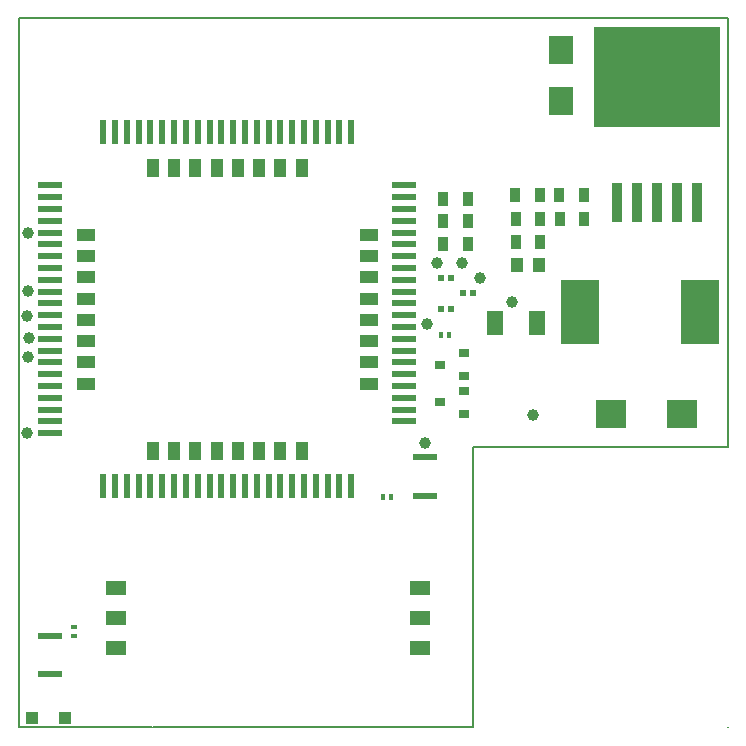
<source format=gtp>
G04*
G04 #@! TF.GenerationSoftware,Altium Limited,Altium Designer,21.2.2 (38)*
G04*
G04 Layer_Color=8421504*
%FSLAX25Y25*%
%MOIN*%
G70*
G04*
G04 #@! TF.SameCoordinates,6CE54949-C0DA-46BE-907D-7ABA0CCCE0FB*
G04*
G04*
G04 #@! TF.FilePolarity,Positive*
G04*
G01*
G75*
%ADD15C,0.00787*%
%ADD23R,0.06693X0.05118*%
%ADD24R,0.01575X0.02362*%
%ADD25R,0.02362X0.01575*%
%ADD26R,0.07874X0.02165*%
%ADD27R,0.03937X0.03937*%
%ADD28C,0.03937*%
%ADD29R,0.03543X0.04724*%
%ADD30R,0.04134X0.04724*%
%ADD31R,0.02165X0.02362*%
%ADD32R,0.03543X0.03150*%
%ADD33R,0.05512X0.07874*%
%ADD34R,0.12598X0.21260*%
%ADD35R,0.10039X0.09646*%
%ADD36R,0.08465X0.09646*%
%ADD37R,0.07874X0.02362*%
%ADD38R,0.04331X0.06299*%
%ADD39R,0.06299X0.04331*%
%ADD40R,0.02362X0.07874*%
G36*
X233543Y199941D02*
X191811D01*
Y233405D01*
X233543D01*
Y199941D01*
D02*
G37*
G36*
X227835Y168445D02*
X224291D01*
Y181437D01*
X227835D01*
Y168445D01*
D02*
G37*
G36*
X221142D02*
X217598D01*
Y181437D01*
X221142D01*
Y168445D01*
D02*
G37*
G36*
X214449D02*
X210906D01*
Y181437D01*
X214449D01*
Y168445D01*
D02*
G37*
G36*
X207756D02*
X204213D01*
Y181437D01*
X207756D01*
Y168445D01*
D02*
G37*
G36*
X201063D02*
X197520D01*
Y181437D01*
X201063D01*
Y168445D01*
D02*
G37*
D15*
X236221Y190925D02*
Y236221D01*
X0D02*
X236221D01*
Y158150D02*
Y190925D01*
X151358Y20D02*
Y93189D01*
X44587Y20D02*
X151358D01*
Y93189D02*
X236221D01*
X0Y0D02*
X44488D01*
X0Y181791D02*
X0Y0D01*
X236221Y93189D02*
Y158150D01*
X0Y181791D02*
Y236221D01*
X236201Y20D02*
X236201Y20D01*
D23*
X133555Y46181D02*
D03*
Y36181D02*
D03*
Y26181D02*
D03*
X32370Y46181D02*
D03*
Y36181D02*
D03*
Y26181D02*
D03*
D24*
X140650Y130787D02*
D03*
X143405D02*
D03*
X121181Y76575D02*
D03*
X123937D02*
D03*
D25*
X18445Y30472D02*
D03*
Y33228D02*
D03*
D26*
X135374Y89882D02*
D03*
Y77087D02*
D03*
X10295Y30453D02*
D03*
Y17658D02*
D03*
D27*
X4287Y2902D02*
D03*
X15311D02*
D03*
D28*
X2913Y164803D02*
D03*
X147559Y154764D02*
D03*
X139488Y154803D02*
D03*
X153524Y149705D02*
D03*
X136161Y134272D02*
D03*
X135374Y94784D02*
D03*
X164389Y141791D02*
D03*
X171437Y103898D02*
D03*
X3071Y145197D02*
D03*
X2776Y137165D02*
D03*
X3248Y129626D02*
D03*
X2736Y97894D02*
D03*
X3130Y123248D02*
D03*
D29*
X180138Y177323D02*
D03*
X188406D02*
D03*
X180217Y169370D02*
D03*
X188484D02*
D03*
X165571Y169311D02*
D03*
X173839D02*
D03*
X173819Y161673D02*
D03*
X165551D02*
D03*
X149705Y176122D02*
D03*
X141437D02*
D03*
X141476Y168583D02*
D03*
X149744D02*
D03*
X141398Y161043D02*
D03*
X149665D02*
D03*
X173760Y177342D02*
D03*
X165492D02*
D03*
D30*
X166024Y154075D02*
D03*
X173504D02*
D03*
D31*
X144153Y149724D02*
D03*
X140807D02*
D03*
X151476Y144587D02*
D03*
X148130D02*
D03*
X144134Y139409D02*
D03*
X140787D02*
D03*
D32*
X148248Y117067D02*
D03*
Y124547D02*
D03*
X140374Y120807D02*
D03*
Y108209D02*
D03*
X148248Y111949D02*
D03*
Y104469D02*
D03*
D33*
X158563Y134784D02*
D03*
X172736D02*
D03*
D34*
X187165Y138504D02*
D03*
X226929D02*
D03*
D35*
X197283Y104232D02*
D03*
X221102D02*
D03*
D36*
X180591Y225689D02*
D03*
Y208760D02*
D03*
D37*
X128484Y145158D02*
D03*
Y149094D02*
D03*
X10374Y180591D02*
D03*
Y176654D02*
D03*
Y172717D02*
D03*
Y168780D02*
D03*
Y164842D02*
D03*
X128484Y101850D02*
D03*
X128484Y105787D02*
D03*
Y109724D02*
D03*
Y113661D02*
D03*
Y117598D02*
D03*
Y121535D02*
D03*
Y125472D02*
D03*
Y129409D02*
D03*
Y133346D02*
D03*
Y137284D02*
D03*
Y141220D02*
D03*
Y153032D02*
D03*
Y156968D02*
D03*
Y160906D02*
D03*
Y164842D02*
D03*
X128484Y168780D02*
D03*
X128484Y172717D02*
D03*
Y176654D02*
D03*
Y180591D02*
D03*
X10374Y160906D02*
D03*
Y156968D02*
D03*
Y153032D02*
D03*
Y149094D02*
D03*
Y145158D02*
D03*
Y141220D02*
D03*
Y137284D02*
D03*
Y133346D02*
D03*
Y129409D02*
D03*
Y125472D02*
D03*
Y121535D02*
D03*
Y117598D02*
D03*
Y113661D02*
D03*
Y109724D02*
D03*
Y105787D02*
D03*
Y101850D02*
D03*
Y97913D02*
D03*
D38*
X94232Y92008D02*
D03*
X87146Y92008D02*
D03*
X80059D02*
D03*
X72973D02*
D03*
X65886Y92008D02*
D03*
X58799D02*
D03*
X51713D02*
D03*
X44626Y186496D02*
D03*
X51713D02*
D03*
X58799D02*
D03*
X65886D02*
D03*
X72972D02*
D03*
X80059D02*
D03*
X87146D02*
D03*
X44626Y92008D02*
D03*
X94232Y186496D02*
D03*
D39*
X22185Y114449D02*
D03*
Y121535D02*
D03*
Y128622D02*
D03*
Y135709D02*
D03*
X22185Y142795D02*
D03*
Y149882D02*
D03*
X22185Y156968D02*
D03*
Y164055D02*
D03*
X116673Y121535D02*
D03*
Y128622D02*
D03*
Y135709D02*
D03*
Y142795D02*
D03*
Y149882D02*
D03*
Y156968D02*
D03*
Y164055D02*
D03*
Y114449D02*
D03*
D40*
X110768Y198307D02*
D03*
X106831D02*
D03*
X102894D02*
D03*
X98957D02*
D03*
X95020D02*
D03*
X91083D02*
D03*
X87146D02*
D03*
X83209D02*
D03*
X79272D02*
D03*
X75335D02*
D03*
X71398D02*
D03*
X67461D02*
D03*
X63524D02*
D03*
X59587D02*
D03*
X55650D02*
D03*
X51713D02*
D03*
X47776D02*
D03*
X43839D02*
D03*
X39902Y198307D02*
D03*
X35965Y198307D02*
D03*
X32028D02*
D03*
X28091D02*
D03*
X55650Y80197D02*
D03*
X59587D02*
D03*
X63524D02*
D03*
X67461D02*
D03*
X71398D02*
D03*
X75335D02*
D03*
X79272D02*
D03*
X83209D02*
D03*
X87146D02*
D03*
X91083D02*
D03*
X95020D02*
D03*
X98957D02*
D03*
X102894D02*
D03*
X106831D02*
D03*
X110768D02*
D03*
X28091D02*
D03*
X32028D02*
D03*
X35965D02*
D03*
X39902D02*
D03*
X43839D02*
D03*
X47776D02*
D03*
X51713D02*
D03*
M02*

</source>
